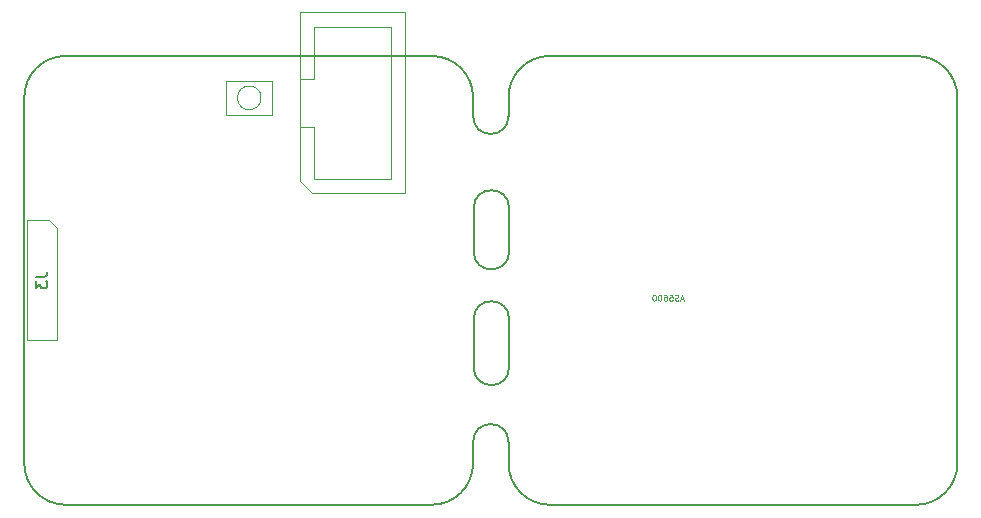
<source format=gbr>
%TF.GenerationSoftware,KiCad,Pcbnew,(6.0.1-0)*%
%TF.CreationDate,2023-01-25T00:15:59+01:00*%
%TF.ProjectId,ethersweep,65746865-7273-4776-9565-702e6b696361,2.0.1*%
%TF.SameCoordinates,Original*%
%TF.FileFunction,AssemblyDrawing,Bot*%
%FSLAX46Y46*%
G04 Gerber Fmt 4.6, Leading zero omitted, Abs format (unit mm)*
G04 Created by KiCad (PCBNEW (6.0.1-0)) date 2023-01-25 00:15:59*
%MOMM*%
%LPD*%
G01*
G04 APERTURE LIST*
%TA.AperFunction,Profile*%
%ADD10C,0.150000*%
%TD*%
%ADD11C,0.150000*%
%ADD12C,0.015000*%
%ADD13C,0.100000*%
G04 APERTURE END LIST*
D10*
X187150000Y-39570000D02*
X187150000Y-43270000D01*
X184150000Y-43270000D02*
X184150000Y-39570000D01*
X184150000Y-53070000D02*
X184150000Y-48970000D01*
X187150000Y-48970000D02*
X187150000Y-53070000D01*
X187150000Y-39570000D02*
G75*
G03*
X184150000Y-39570000I-1500000J0D01*
G01*
X184150000Y-43270000D02*
G75*
G03*
X187150000Y-43270000I1500000J0D01*
G01*
X184150000Y-53070000D02*
G75*
G03*
X187150000Y-53070000I1500000J0D01*
G01*
X187150000Y-48970000D02*
G75*
G03*
X184150000Y-48970000I-1500000J0D01*
G01*
X184100000Y-31800000D02*
G75*
G03*
X187100000Y-31800000I1500000J0D01*
G01*
X187100000Y-59370000D02*
G75*
G03*
X184100000Y-59370000I-1500000J0D01*
G01*
X184100000Y-31800000D02*
X184100000Y-30200000D01*
X184100000Y-60700000D02*
X184100000Y-59400000D01*
X180600000Y-26700000D02*
X149600000Y-26700000D01*
X149600000Y-26700000D02*
G75*
G03*
X146100000Y-30200000I-1J-3499999D01*
G01*
X184100000Y-30200000D02*
G75*
G03*
X180600000Y-26700000I-3499999J1D01*
G01*
X180600000Y-64700000D02*
G75*
G03*
X184100000Y-61200000I1J3499999D01*
G01*
X146100000Y-30200000D02*
X146100000Y-61200000D01*
X149600000Y-64700000D02*
X180600000Y-64700000D01*
X146100000Y-61200000D02*
G75*
G03*
X149600000Y-64700000I3499999J-1D01*
G01*
X184100000Y-61200000D02*
X184100000Y-60700000D01*
X225100000Y-61200000D02*
X225100000Y-30200000D01*
X190600000Y-64700000D02*
X221600000Y-64700000D01*
X187100000Y-61200000D02*
G75*
G03*
X190600000Y-64700000I3499999J-1D01*
G01*
X221600000Y-64700000D02*
G75*
G03*
X225100000Y-61200000I1J3499999D01*
G01*
X190600000Y-26700000D02*
G75*
G03*
X187100000Y-30200000I-1J-3499999D01*
G01*
X190600000Y-26700000D02*
X221600000Y-26700000D01*
X187100000Y-30200000D02*
X187100000Y-30700000D01*
X187100000Y-61200000D02*
X187100000Y-59400000D01*
X187100000Y-31800000D02*
X187100000Y-30700000D01*
X225100000Y-30200000D02*
G75*
G03*
X221600000Y-26700000I-3499999J1D01*
G01*
D11*
X147052380Y-45376666D02*
X147766666Y-45376666D01*
X147909523Y-45329047D01*
X148004761Y-45233809D01*
X148052380Y-45090952D01*
X148052380Y-44995714D01*
X147052380Y-45757619D02*
X147052380Y-46376666D01*
X147433333Y-46043333D01*
X147433333Y-46186190D01*
X147480952Y-46281428D01*
X147528571Y-46329047D01*
X147623809Y-46376666D01*
X147861904Y-46376666D01*
X147957142Y-46329047D01*
X148004761Y-46281428D01*
X148052380Y-46186190D01*
X148052380Y-45900476D01*
X148004761Y-45805238D01*
X147957142Y-45757619D01*
D12*
X201909523Y-47283333D02*
X201671428Y-47283333D01*
X201957142Y-47426190D02*
X201790476Y-46926190D01*
X201623809Y-47426190D01*
X201480952Y-47402380D02*
X201409523Y-47426190D01*
X201290476Y-47426190D01*
X201242857Y-47402380D01*
X201219047Y-47378571D01*
X201195238Y-47330952D01*
X201195238Y-47283333D01*
X201219047Y-47235714D01*
X201242857Y-47211904D01*
X201290476Y-47188095D01*
X201385714Y-47164285D01*
X201433333Y-47140476D01*
X201457142Y-47116666D01*
X201480952Y-47069047D01*
X201480952Y-47021428D01*
X201457142Y-46973809D01*
X201433333Y-46950000D01*
X201385714Y-46926190D01*
X201266666Y-46926190D01*
X201195238Y-46950000D01*
X200742857Y-46926190D02*
X200980952Y-46926190D01*
X201004761Y-47164285D01*
X200980952Y-47140476D01*
X200933333Y-47116666D01*
X200814285Y-47116666D01*
X200766666Y-47140476D01*
X200742857Y-47164285D01*
X200719047Y-47211904D01*
X200719047Y-47330952D01*
X200742857Y-47378571D01*
X200766666Y-47402380D01*
X200814285Y-47426190D01*
X200933333Y-47426190D01*
X200980952Y-47402380D01*
X201004761Y-47378571D01*
X200290476Y-46926190D02*
X200385714Y-46926190D01*
X200433333Y-46950000D01*
X200457142Y-46973809D01*
X200504761Y-47045238D01*
X200528571Y-47140476D01*
X200528571Y-47330952D01*
X200504761Y-47378571D01*
X200480952Y-47402380D01*
X200433333Y-47426190D01*
X200338095Y-47426190D01*
X200290476Y-47402380D01*
X200266666Y-47378571D01*
X200242857Y-47330952D01*
X200242857Y-47211904D01*
X200266666Y-47164285D01*
X200290476Y-47140476D01*
X200338095Y-47116666D01*
X200433333Y-47116666D01*
X200480952Y-47140476D01*
X200504761Y-47164285D01*
X200528571Y-47211904D01*
X199933333Y-46926190D02*
X199885714Y-46926190D01*
X199838095Y-46950000D01*
X199814285Y-46973809D01*
X199790476Y-47021428D01*
X199766666Y-47116666D01*
X199766666Y-47235714D01*
X199790476Y-47330952D01*
X199814285Y-47378571D01*
X199838095Y-47402380D01*
X199885714Y-47426190D01*
X199933333Y-47426190D01*
X199980952Y-47402380D01*
X200004761Y-47378571D01*
X200028571Y-47330952D01*
X200052380Y-47235714D01*
X200052380Y-47116666D01*
X200028571Y-47021428D01*
X200004761Y-46973809D01*
X199980952Y-46950000D01*
X199933333Y-46926190D01*
X199457142Y-46926190D02*
X199409523Y-46926190D01*
X199361904Y-46950000D01*
X199338095Y-46973809D01*
X199314285Y-47021428D01*
X199290476Y-47116666D01*
X199290476Y-47235714D01*
X199314285Y-47330952D01*
X199338095Y-47378571D01*
X199361904Y-47402380D01*
X199409523Y-47426190D01*
X199457142Y-47426190D01*
X199504761Y-47402380D01*
X199528571Y-47378571D01*
X199552380Y-47330952D01*
X199576190Y-47235714D01*
X199576190Y-47116666D01*
X199552380Y-47021428D01*
X199528571Y-46973809D01*
X199504761Y-46950000D01*
X199457142Y-46926190D01*
D13*
X170620000Y-24210000D02*
X170620000Y-28610000D01*
X169420000Y-23020000D02*
X169420000Y-37300000D01*
X170620000Y-28610000D02*
X170620000Y-28610000D01*
X169420000Y-37300000D02*
X170420000Y-38300000D01*
X170620000Y-32710000D02*
X170620000Y-37110000D01*
X177120000Y-37110000D02*
X177120000Y-24210000D01*
X170620000Y-37110000D02*
X177120000Y-37110000D01*
X178320000Y-23020000D02*
X169420000Y-23020000D01*
X170620000Y-28610000D02*
X169420000Y-28610000D01*
X169420000Y-32710000D02*
X170620000Y-32710000D01*
X178320000Y-38300000D02*
X178320000Y-23020000D01*
X177120000Y-24210000D02*
X170620000Y-24210000D01*
X170420000Y-38300000D02*
X178320000Y-38300000D01*
X148870000Y-50790000D02*
X148870000Y-41265000D01*
X146330000Y-50790000D02*
X148870000Y-50790000D01*
X148870000Y-41265000D02*
X148235000Y-40630000D01*
X148235000Y-40630000D02*
X146330000Y-40630000D01*
X146330000Y-40630000D02*
X146330000Y-50790000D01*
X167100000Y-31700000D02*
X167100000Y-28800000D01*
X163200000Y-28800000D02*
X163200000Y-31700000D01*
X163200000Y-31700000D02*
X167100000Y-31700000D01*
X167100000Y-28800000D02*
X163200000Y-28800000D01*
X166150000Y-30250000D02*
G75*
G03*
X166150000Y-30250000I-1000000J0D01*
G01*
M02*

</source>
